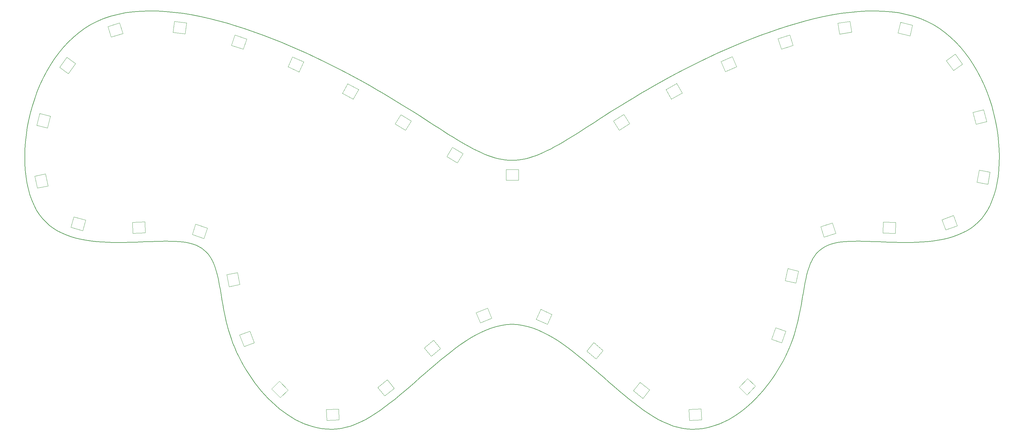
<source format=gm1>
%TF.GenerationSoftware,KiCad,Pcbnew,7.0.1-0*%
%TF.CreationDate,2023-04-15T20:22:24-04:00*%
%TF.ProjectId,fidrildi3,66696472-696c-4646-9933-2e6b69636164,rev?*%
%TF.SameCoordinates,Original*%
%TF.FileFunction,Profile,NP*%
%FSLAX46Y46*%
G04 Gerber Fmt 4.6, Leading zero omitted, Abs format (unit mm)*
G04 Created by KiCad (PCBNEW 7.0.1-0) date 2023-04-15 20:22:24*
%MOMM*%
%LPD*%
G01*
G04 APERTURE LIST*
%ADD10C,0.200000*%
%TA.AperFunction,Profile*%
%ADD11C,0.120000*%
%TD*%
G04 APERTURE END LIST*
D10*
X291714870Y-183008920D02*
X292190941Y-181705209D01*
X292619976Y-180410512D01*
X293006122Y-179126436D01*
X293353524Y-177854588D01*
X293666329Y-176596575D01*
X293948681Y-175354003D01*
X294204727Y-174128480D01*
X294438613Y-172921613D01*
X294654484Y-171735009D01*
X294856487Y-170570273D01*
X295048767Y-169429015D01*
X295235471Y-168312839D01*
X295420744Y-167223354D01*
X295608732Y-166162166D01*
X295803581Y-165130882D01*
X296009437Y-164131110D01*
X296230446Y-163164455D01*
X296470753Y-162232525D01*
X296734505Y-161336927D01*
X297025847Y-160479268D01*
X297348925Y-159661155D01*
X297707886Y-158884194D01*
X298106875Y-158149993D01*
X298550038Y-157460158D01*
X299041520Y-156816297D01*
X299585469Y-156220017D01*
X300186029Y-155672923D01*
X300847346Y-155176624D01*
X301573567Y-154732726D01*
X302368837Y-154342837D01*
X303237303Y-154008562D01*
X304183110Y-153731510D01*
X166316540Y-106342980D02*
X164158026Y-105157967D01*
X161933246Y-103965385D01*
X159647069Y-102770065D01*
X157304366Y-101576837D01*
X154910005Y-100390534D01*
X152468858Y-99215986D01*
X149985795Y-98058025D01*
X147465685Y-96921482D01*
X144913399Y-95811189D01*
X142333806Y-94731977D01*
X139731778Y-93688677D01*
X137112184Y-92686122D01*
X134479893Y-91729141D01*
X131839777Y-90822567D01*
X129196706Y-89971231D01*
X126555549Y-89179964D01*
X123921176Y-88453598D01*
X121298458Y-87796964D01*
X118692265Y-87214893D01*
X116107467Y-86712218D01*
X113548933Y-86293768D01*
X111021535Y-85964376D01*
X108530142Y-85728872D01*
X106079624Y-85592089D01*
X103674851Y-85558858D01*
X101320694Y-85634009D01*
X99022023Y-85822375D01*
X96783707Y-86128787D01*
X94610617Y-86558076D01*
X92507623Y-87115073D01*
X90479595Y-87804610D01*
X88531403Y-88631519D01*
X71586907Y-145262810D02*
X72499621Y-146442816D01*
X73495786Y-147507631D01*
X74570083Y-148462869D01*
X75717191Y-149314142D01*
X76931789Y-150067066D01*
X78208557Y-150727252D01*
X79542174Y-151300315D01*
X80927320Y-151791869D01*
X82358675Y-152207527D01*
X83830917Y-152552903D01*
X85338727Y-152833610D01*
X86876785Y-153055262D01*
X88439768Y-153223473D01*
X90022358Y-153343856D01*
X91619234Y-153422026D01*
X93225075Y-153463595D01*
X94834560Y-153474177D01*
X96442370Y-153459386D01*
X98043183Y-153424836D01*
X99631681Y-153376140D01*
X101202540Y-153318911D01*
X102750443Y-153258765D01*
X104270067Y-153201313D01*
X105756093Y-153152170D01*
X107203200Y-153116950D01*
X108606068Y-153101265D01*
X109959375Y-153110731D01*
X111257803Y-153150959D01*
X112496029Y-153227565D01*
X113668734Y-153346161D01*
X114770598Y-153512361D01*
X115796300Y-153731780D01*
X162764140Y-207296130D02*
X164180526Y-206781743D01*
X165602567Y-206157920D01*
X167030082Y-205432909D01*
X168462888Y-204614957D01*
X169900803Y-203712313D01*
X171343644Y-202733223D01*
X172791230Y-201685936D01*
X174243378Y-200578699D01*
X175699906Y-199419760D01*
X177160632Y-198217366D01*
X178625374Y-196979765D01*
X180093949Y-195715205D01*
X181566175Y-194431934D01*
X183041871Y-193138199D01*
X184520853Y-191842247D01*
X186002941Y-190552327D01*
X187487951Y-189276686D01*
X188975701Y-188023572D01*
X190466009Y-186801232D01*
X191958694Y-185617914D01*
X193453572Y-184481867D01*
X194950462Y-183401336D01*
X196449181Y-182384571D01*
X197949548Y-181439819D01*
X199451380Y-180575327D01*
X200954494Y-179799343D01*
X202458710Y-179120115D01*
X203963843Y-178545890D01*
X205469713Y-178084917D01*
X206976138Y-177745442D01*
X208482934Y-177535714D01*
X209989920Y-177463980D01*
X253663620Y-106343030D02*
X251575070Y-107516176D01*
X249555448Y-108675384D01*
X247602532Y-109819125D01*
X245714098Y-110945870D01*
X243887922Y-112054093D01*
X242121780Y-113142263D01*
X240413449Y-114208853D01*
X238760706Y-115252335D01*
X237161327Y-116271181D01*
X235613088Y-117263862D01*
X234113767Y-118228850D01*
X232661138Y-119164617D01*
X231252980Y-120069634D01*
X229887069Y-120942374D01*
X228561180Y-121781308D01*
X227273091Y-122584907D01*
X226020577Y-123351644D01*
X224801417Y-124079990D01*
X223613385Y-124768418D01*
X222454258Y-125415398D01*
X221321813Y-126019403D01*
X220213827Y-126578904D01*
X219128075Y-127092373D01*
X218062335Y-127558282D01*
X217014383Y-127975103D01*
X215981994Y-128341307D01*
X214962947Y-128655366D01*
X213955017Y-128915752D01*
X212955981Y-129120937D01*
X211963615Y-129269392D01*
X210975696Y-129359589D01*
X209990000Y-129390000D01*
X304183110Y-153731510D02*
X305208820Y-153512083D01*
X306310685Y-153345871D01*
X307483385Y-153227262D01*
X308721600Y-153150642D01*
X310020010Y-153110396D01*
X311373295Y-153100911D01*
X312776135Y-153116573D01*
X314223210Y-153151770D01*
X315709201Y-153200886D01*
X317228787Y-153258309D01*
X318776649Y-153318425D01*
X320347466Y-153375620D01*
X321935919Y-153424281D01*
X323536688Y-153458793D01*
X325144453Y-153473544D01*
X326753895Y-153462920D01*
X328359692Y-153421306D01*
X329956525Y-153343089D01*
X331539075Y-153222657D01*
X333102021Y-153054394D01*
X334640044Y-152832687D01*
X336147824Y-152551923D01*
X337620040Y-152206489D01*
X339051374Y-151790769D01*
X340436504Y-151299152D01*
X341770111Y-150726022D01*
X343046876Y-150065767D01*
X344261477Y-149312772D01*
X345408597Y-148461425D01*
X346482913Y-147506111D01*
X347479108Y-146441217D01*
X348391860Y-145261130D01*
X115796300Y-153731780D02*
X116742094Y-154008824D01*
X117610549Y-154343089D01*
X118405810Y-154732967D01*
X119132024Y-155176853D01*
X119793336Y-155673139D01*
X120393892Y-156220218D01*
X120937837Y-156816483D01*
X121429319Y-157460328D01*
X121872481Y-158150146D01*
X122271472Y-158884331D01*
X122630435Y-159661274D01*
X122953518Y-160479370D01*
X123244865Y-161337011D01*
X123508623Y-162232592D01*
X123748937Y-163164504D01*
X123969955Y-164131142D01*
X124175820Y-165130898D01*
X124370679Y-166162166D01*
X124558678Y-167223338D01*
X124743963Y-168312809D01*
X124930680Y-169428970D01*
X125122974Y-170570217D01*
X125324991Y-171734940D01*
X125540878Y-172921535D01*
X125774779Y-174128393D01*
X126030842Y-175353908D01*
X126313211Y-176596474D01*
X126626032Y-177854483D01*
X126973452Y-179126329D01*
X127359616Y-180410405D01*
X127788670Y-181705104D01*
X128264760Y-183008820D01*
X331448260Y-88631704D02*
X329500091Y-87804793D01*
X327472086Y-87115254D01*
X325369114Y-86558255D01*
X323196047Y-86128965D01*
X320957754Y-85822551D01*
X318659105Y-85634184D01*
X316304971Y-85559030D01*
X313900220Y-85592260D01*
X311449724Y-85729041D01*
X308958352Y-85964542D01*
X306430974Y-86293932D01*
X303872461Y-86712379D01*
X301287683Y-87215052D01*
X298681509Y-87797120D01*
X296058809Y-88453751D01*
X293424455Y-89180114D01*
X290783314Y-89971377D01*
X288140259Y-90822710D01*
X285500159Y-91729279D01*
X282867883Y-92686256D01*
X280248303Y-93688807D01*
X277646287Y-94732101D01*
X275066707Y-95811307D01*
X272514431Y-96921595D01*
X269994331Y-98058131D01*
X267511276Y-99216085D01*
X265070137Y-100390626D01*
X262675782Y-101576922D01*
X260333083Y-102770142D01*
X258046910Y-103965454D01*
X255822132Y-105158027D01*
X253663620Y-106343030D01*
X209989920Y-177463980D02*
X211496905Y-177535738D01*
X213003702Y-177745490D01*
X214510129Y-178084989D01*
X216016003Y-178545986D01*
X217521141Y-179120234D01*
X219025362Y-179799485D01*
X220528484Y-180575491D01*
X222030323Y-181440004D01*
X223530697Y-182384777D01*
X225029425Y-183401562D01*
X226526324Y-184482111D01*
X228021211Y-185618177D01*
X229513905Y-186801511D01*
X231004223Y-188023866D01*
X232491983Y-189276995D01*
X233977002Y-190552648D01*
X235459098Y-191842580D01*
X236938090Y-193138541D01*
X238413793Y-194432284D01*
X239886027Y-195715562D01*
X241354609Y-196980126D01*
X242819357Y-198217729D01*
X244280088Y-199420123D01*
X245736620Y-200579061D01*
X247188771Y-201686294D01*
X248636358Y-202733575D01*
X250079200Y-203712655D01*
X251517113Y-204615289D01*
X252949916Y-205433226D01*
X254377426Y-206158221D01*
X255799462Y-206782025D01*
X257215840Y-207296390D01*
X209990000Y-129390000D02*
X209004304Y-129359604D01*
X208016386Y-129269420D01*
X207024022Y-129120978D01*
X206024989Y-128915804D01*
X205017062Y-128655427D01*
X203998019Y-128341376D01*
X202965636Y-127975178D01*
X201917689Y-127558363D01*
X200851955Y-127092458D01*
X199766209Y-126578992D01*
X198658230Y-126019493D01*
X197525792Y-125415489D01*
X196366672Y-124768508D01*
X195178648Y-124080079D01*
X193959494Y-123351731D01*
X192706988Y-122584991D01*
X191418906Y-121781387D01*
X190093025Y-120942449D01*
X188727121Y-120069704D01*
X187318970Y-119164680D01*
X185866349Y-118228907D01*
X184367034Y-117263911D01*
X182818801Y-116271222D01*
X181219428Y-115252368D01*
X179566690Y-114208877D01*
X177858364Y-113142277D01*
X176092227Y-112054096D01*
X174266054Y-110945864D01*
X172377623Y-109819108D01*
X170424709Y-108675356D01*
X168405089Y-107516137D01*
X166316540Y-106342980D01*
X128264760Y-183008820D02*
X128791102Y-184319557D01*
X129367205Y-185633791D01*
X129991654Y-186947611D01*
X130663030Y-188257108D01*
X131379919Y-189558373D01*
X132140904Y-190847496D01*
X132944568Y-192120568D01*
X133789495Y-193373681D01*
X134674268Y-194602924D01*
X135597472Y-195804388D01*
X136557690Y-196974164D01*
X137553506Y-198108342D01*
X138583502Y-199203014D01*
X139646264Y-200254270D01*
X140740374Y-201258201D01*
X141864417Y-202210897D01*
X143016975Y-203108449D01*
X144196633Y-203946948D01*
X145401975Y-204722484D01*
X146631583Y-205431149D01*
X147884041Y-206069032D01*
X149157934Y-206632225D01*
X150451844Y-207116818D01*
X151764356Y-207518902D01*
X153094053Y-207834568D01*
X154439518Y-208059905D01*
X155799336Y-208191006D01*
X157172090Y-208223961D01*
X158556364Y-208154860D01*
X159950741Y-207979794D01*
X161353805Y-207694853D01*
X162764140Y-207296130D01*
X88531403Y-88631519D02*
X86667133Y-89598456D01*
X84887712Y-90699381D01*
X83193264Y-91926073D01*
X81583918Y-93270313D01*
X80059799Y-94723882D01*
X78621034Y-96278560D01*
X77267750Y-97926128D01*
X76000073Y-99658366D01*
X74818129Y-101467056D01*
X73722045Y-103343977D01*
X72711948Y-105280911D01*
X71787964Y-107269637D01*
X70950220Y-109301937D01*
X70198842Y-111369591D01*
X69533957Y-113464380D01*
X68955691Y-115578084D01*
X68464171Y-117702484D01*
X68059523Y-119829361D01*
X67741874Y-121950495D01*
X67511351Y-124057667D01*
X67368079Y-126142656D01*
X67312186Y-128197245D01*
X67343798Y-130213214D01*
X67463041Y-132182342D01*
X67670042Y-134096412D01*
X67964928Y-135947202D01*
X68347825Y-137726495D01*
X68818860Y-139426070D01*
X69378159Y-141037709D01*
X70025849Y-142553191D01*
X70762056Y-143964298D01*
X71586907Y-145262810D01*
X257215840Y-207296390D02*
X258626165Y-207695092D01*
X260029220Y-207980012D01*
X261423588Y-208155059D01*
X262807853Y-208224143D01*
X264180599Y-208191173D01*
X265540408Y-208060057D01*
X266885866Y-207834706D01*
X268215555Y-207519029D01*
X269528058Y-207116934D01*
X270821960Y-206632331D01*
X272095844Y-206069130D01*
X273348295Y-205431240D01*
X274577894Y-204722569D01*
X275783226Y-203947027D01*
X276962875Y-203108524D01*
X278115425Y-202210968D01*
X279239458Y-201258270D01*
X280333558Y-200254337D01*
X281396310Y-199203080D01*
X282426296Y-198108408D01*
X283422100Y-196974229D01*
X284382307Y-195804454D01*
X285305498Y-194602992D01*
X286190260Y-193373751D01*
X287035173Y-192120641D01*
X287838823Y-190847572D01*
X288599793Y-189558452D01*
X289316667Y-188257191D01*
X289988028Y-186947697D01*
X290612459Y-185633882D01*
X291188545Y-184319653D01*
X291714870Y-183008920D01*
X348391860Y-145261130D02*
X349216752Y-143962547D01*
X349953000Y-142551389D01*
X350600728Y-141035874D01*
X351160065Y-139424221D01*
X351631137Y-137724648D01*
X352014069Y-135945373D01*
X352308989Y-134094614D01*
X352516023Y-132180589D01*
X352635299Y-130211517D01*
X352666941Y-128195616D01*
X352611078Y-126141104D01*
X352467836Y-124056199D01*
X352237340Y-121949120D01*
X351919719Y-119828084D01*
X351515097Y-117701311D01*
X351023603Y-115577017D01*
X350445363Y-113463422D01*
X349780502Y-111368744D01*
X349029148Y-109301201D01*
X348191428Y-107269011D01*
X347267467Y-105280392D01*
X346257393Y-103343562D01*
X345161332Y-101466741D01*
X343979411Y-99658145D01*
X342711756Y-97925994D01*
X341358494Y-96278505D01*
X339919751Y-94723897D01*
X338395655Y-93270387D01*
X336786330Y-91926195D01*
X335091905Y-90699538D01*
X333312506Y-89598635D01*
X331448260Y-88631704D01*
D11*
X189057340Y-184528653D02*
X187000420Y-182077311D01*
X189057340Y-184528653D02*
X186299580Y-186842689D01*
X187000420Y-182077311D02*
X184242660Y-184391347D01*
X186299580Y-186842689D02*
X184242660Y-184391347D01*
X111118408Y-88652561D02*
X110728426Y-91828709D01*
X111118408Y-88652561D02*
X114691574Y-89091291D01*
X110728426Y-91828709D02*
X114301592Y-92267439D01*
X114691574Y-89091291D02*
X114301592Y-92267439D01*
X304721883Y-150771366D02*
X303759624Y-147719471D01*
X304721883Y-150771366D02*
X301288502Y-151853907D01*
X303759624Y-147719471D02*
X300326243Y-148802012D01*
X301288502Y-151853907D02*
X300326243Y-148802012D01*
X287853671Y-93704540D02*
X288842525Y-96747921D01*
X287853671Y-93704540D02*
X291277475Y-92592079D01*
X288842525Y-96747921D02*
X292266329Y-95635460D01*
X291277475Y-92592079D02*
X292266329Y-95635460D01*
X255057713Y-108613525D02*
X256621301Y-111405512D01*
X255057713Y-108613525D02*
X258198699Y-106854488D01*
X256621301Y-111405512D02*
X259762287Y-109646475D01*
X258198699Y-106854488D02*
X259762287Y-109646475D01*
X131491334Y-183973833D02*
X134478791Y-182827056D01*
X131491334Y-183973833D02*
X130201209Y-180612944D01*
X134478791Y-182827056D02*
X133188666Y-179466167D01*
X130201209Y-180612944D02*
X133188666Y-179466167D01*
X91636498Y-90155743D02*
X92585431Y-93211807D01*
X91636498Y-90155743D02*
X95074569Y-89088193D01*
X92585431Y-93211807D02*
X96023502Y-92144257D01*
X95074569Y-89088193D02*
X96023502Y-92144257D01*
X293847803Y-161837500D02*
X290726708Y-161131268D01*
X293847803Y-161837500D02*
X293053292Y-165348732D01*
X290726708Y-161131268D02*
X289932197Y-164642500D01*
X293053292Y-165348732D02*
X289932197Y-164642500D01*
X128840705Y-92621534D02*
X127825330Y-95656169D01*
X128840705Y-92621534D02*
X132254670Y-93763831D01*
X127825330Y-95656169D02*
X131239295Y-96798466D01*
X132254670Y-93763831D02*
X131239295Y-96798466D01*
X145705579Y-99027614D02*
X144378561Y-101939490D01*
X145705579Y-99027614D02*
X148981439Y-100520510D01*
X144378561Y-101939490D02*
X147654421Y-103432386D01*
X148981439Y-100520510D02*
X147654421Y-103432386D01*
X77504998Y-102060183D02*
X80093853Y-103941096D01*
X77504998Y-102060183D02*
X79621025Y-99147722D01*
X80093853Y-103941096D02*
X82209880Y-101028635D01*
X79621025Y-99147722D02*
X82209880Y-101028635D01*
X339685954Y-98232304D02*
X337105331Y-100124495D01*
X339685954Y-98232304D02*
X341814669Y-101135505D01*
X337105331Y-100124495D02*
X339234046Y-103027696D01*
X341814669Y-101135505D02*
X339234046Y-103027696D01*
X102548022Y-150624284D02*
X102450299Y-147425777D01*
X102548022Y-150624284D02*
X98949701Y-150734223D01*
X102450299Y-147425777D02*
X98851978Y-147535716D01*
X98949701Y-150734223D02*
X98851978Y-147535716D01*
X322163064Y-150791844D02*
X322274743Y-147593794D01*
X322163064Y-150791844D02*
X318565257Y-150666206D01*
X322274743Y-147593794D02*
X318676936Y-147468156D01*
X318565257Y-150666206D02*
X318676936Y-147468156D01*
X177401384Y-115959268D02*
X175705643Y-118673022D01*
X177401384Y-115959268D02*
X180454357Y-117866978D01*
X175705643Y-118673022D02*
X178758616Y-120580732D01*
X180454357Y-117866978D02*
X178758616Y-120580732D01*
X192501160Y-125521464D02*
X190853038Y-128264399D01*
X192501160Y-125521464D02*
X195586962Y-127375601D01*
X190853038Y-128264399D02*
X193938840Y-130118536D01*
X195586962Y-127375601D02*
X193938840Y-130118536D01*
X142080436Y-198965306D02*
X144362837Y-196722396D01*
X142080436Y-198965306D02*
X139557163Y-196397604D01*
X144362837Y-196722396D02*
X141839564Y-194154694D01*
X139557163Y-196397604D02*
X141839564Y-194154694D01*
X305367552Y-89152444D02*
X305854347Y-92315201D01*
X305367552Y-89152444D02*
X308925653Y-88604799D01*
X305854347Y-92315201D02*
X309412448Y-91767556D01*
X308925653Y-88604799D02*
X309412448Y-91767556D01*
X84296953Y-149982838D02*
X85152116Y-146899220D01*
X84296953Y-149982838D02*
X80827884Y-149020780D01*
X85152116Y-146899220D02*
X81683047Y-145937162D01*
X80827884Y-149020780D02*
X81683047Y-145937162D01*
X290149079Y-179507336D02*
X287132626Y-178439154D01*
X290149079Y-179507336D02*
X288947374Y-182900846D01*
X287132626Y-178439154D02*
X285930921Y-181832664D01*
X288947374Y-182900846D02*
X285930921Y-181832664D01*
X161881380Y-106897951D02*
X160329989Y-109696734D01*
X161881380Y-106897951D02*
X165030011Y-108643266D01*
X160329989Y-109696734D02*
X163478620Y-111442049D01*
X165030011Y-108643266D02*
X163478620Y-111442049D01*
X159338078Y-205499962D02*
X159198496Y-202303008D01*
X159338078Y-205499962D02*
X155741504Y-205656992D01*
X159198496Y-202303008D02*
X155601922Y-202460038D01*
X155741504Y-205656992D02*
X155601922Y-202460038D01*
X175455775Y-196210657D02*
X173441950Y-193723790D01*
X175455775Y-196210657D02*
X172658050Y-198476210D01*
X173441950Y-193723790D02*
X170644225Y-195989343D01*
X172658050Y-198476210D02*
X170644225Y-195989343D01*
X323689107Y-88897011D02*
X322969263Y-92014995D01*
X323689107Y-88897011D02*
X327196839Y-89706835D01*
X322969263Y-92014995D02*
X326476995Y-92824819D01*
X327196839Y-89706835D02*
X326476995Y-92824819D01*
X220314421Y-177482386D02*
X221641439Y-174570510D01*
X220314421Y-177482386D02*
X217038561Y-175989490D01*
X221641439Y-174570510D02*
X218365579Y-173077614D01*
X217038561Y-175989490D02*
X218365579Y-173077614D01*
X239632216Y-117827713D02*
X241351575Y-120526566D01*
X239632216Y-117827713D02*
X242668425Y-115893434D01*
X241351575Y-120526566D02*
X244387784Y-118592287D01*
X242668425Y-115893434D02*
X244387784Y-118592287D01*
X281241329Y-195556642D02*
X278939441Y-193333735D01*
X281241329Y-195556642D02*
X278740559Y-198146265D01*
X278939441Y-193333735D02*
X276438671Y-195923358D01*
X278740559Y-198146265D02*
X276438671Y-195923358D01*
X234590813Y-187581137D02*
X236637018Y-185120843D01*
X234590813Y-187581137D02*
X231822982Y-185279157D01*
X236637018Y-185120843D02*
X233869187Y-182818863D01*
X231822982Y-185279157D02*
X233869187Y-182818863D01*
X208250000Y-132030000D02*
X208250000Y-135230000D01*
X208250000Y-132030000D02*
X211850000Y-132030000D01*
X208250000Y-135230000D02*
X211850000Y-135230000D01*
X211850000Y-132030000D02*
X211850000Y-135230000D01*
X204001811Y-175649297D02*
X202790135Y-172687568D01*
X204001811Y-175649297D02*
X200669865Y-177012432D01*
X202790135Y-172687568D02*
X199458189Y-174050703D01*
X200669865Y-177012432D02*
X199458189Y-174050703D01*
X248251950Y-199176210D02*
X250265775Y-196689343D01*
X248251950Y-199176210D02*
X245454225Y-196910657D01*
X250265775Y-196689343D02*
X247468050Y-194423790D01*
X245454225Y-196910657D02*
X247468050Y-194423790D01*
X127122853Y-166412223D02*
X130264060Y-165801635D01*
X127122853Y-166412223D02*
X126435940Y-162878365D01*
X130264060Y-165801635D02*
X129577147Y-162267777D01*
X126435940Y-162878365D02*
X129577147Y-162267777D01*
X340318679Y-148537872D02*
X339224214Y-145530856D01*
X340318679Y-148537872D02*
X336935786Y-149769144D01*
X339224214Y-145530856D02*
X335841321Y-146762128D01*
X336935786Y-149769144D02*
X335841321Y-146762128D01*
X349890650Y-132822881D02*
X346739265Y-132267207D01*
X349890650Y-132822881D02*
X349265517Y-136368189D01*
X346739265Y-132267207D02*
X346114132Y-135812515D01*
X349265517Y-136368189D02*
X346114132Y-135812515D01*
X119777475Y-152257921D02*
X120766329Y-149214540D01*
X119777475Y-152257921D02*
X116353671Y-151145460D01*
X120766329Y-149214540D02*
X117342525Y-148102079D01*
X116353671Y-151145460D02*
X117342525Y-148102079D01*
X71007747Y-137518071D02*
X74137819Y-136852754D01*
X71007747Y-137518071D02*
X70259265Y-133996740D01*
X74137819Y-136852754D02*
X73389337Y-133331423D01*
X70259265Y-133996740D02*
X73389337Y-133331423D01*
X271131293Y-100420452D02*
X272407290Y-103355044D01*
X271131293Y-100420452D02*
X274432710Y-98984956D01*
X272407290Y-103355044D02*
X275708707Y-101919548D01*
X274432710Y-98984956D02*
X275708707Y-101919548D01*
X70854006Y-119146753D02*
X73965590Y-119893778D01*
X70854006Y-119146753D02*
X71694410Y-115646222D01*
X73965590Y-119893778D02*
X74805994Y-116393247D01*
X71694410Y-115646222D02*
X74805994Y-116393247D01*
X348019607Y-114497223D02*
X344928644Y-115325444D01*
X348019607Y-114497223D02*
X348951356Y-117974556D01*
X344928644Y-115325444D02*
X345860393Y-118802777D01*
X348951356Y-117974556D02*
X345860393Y-118802777D01*
X265511271Y-205463603D02*
X265343796Y-202267988D01*
X265511271Y-205463603D02*
X261916204Y-205652012D01*
X265343796Y-202267988D02*
X261748729Y-202456397D01*
X261916204Y-205652012D02*
X261748729Y-202456397D01*
M02*

</source>
